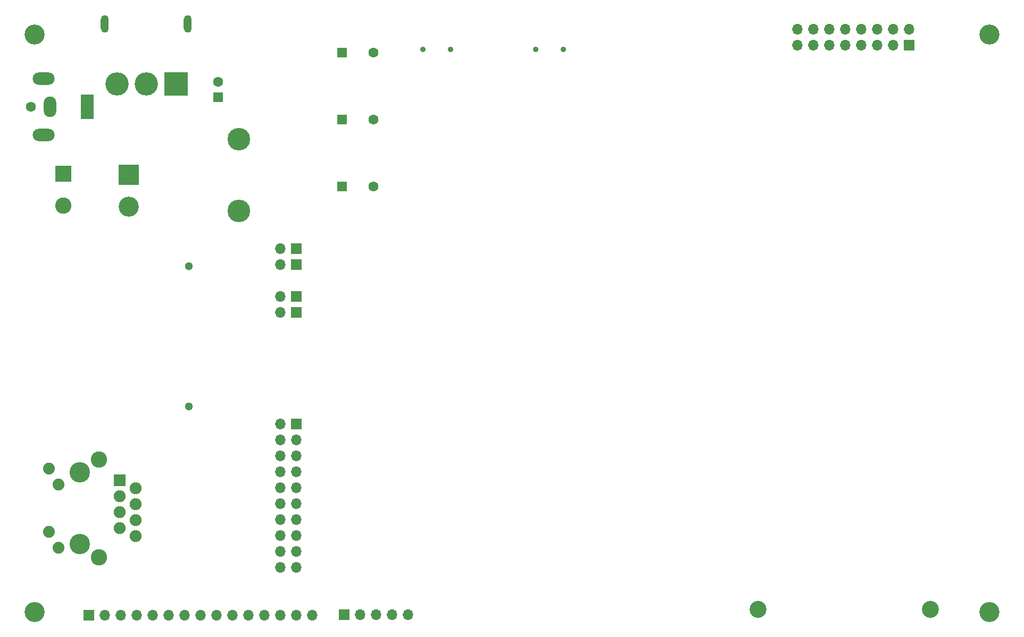
<source format=gbs>
%TF.GenerationSoftware,KiCad,Pcbnew,(6.0.11-0)*%
%TF.CreationDate,2023-09-15T21:26:51+02:00*%
%TF.ProjectId,marco-ram-board,6d617263-6f2d-4726-916d-2d626f617264,rev?*%
%TF.SameCoordinates,Original*%
%TF.FileFunction,Soldermask,Bot*%
%TF.FilePolarity,Negative*%
%FSLAX46Y46*%
G04 Gerber Fmt 4.6, Leading zero omitted, Abs format (unit mm)*
G04 Created by KiCad (PCBNEW (6.0.11-0)) date 2023-09-15 21:26:51*
%MOMM*%
%LPD*%
G01*
G04 APERTURE LIST*
%ADD10R,1.600000X1.600000*%
%ADD11C,1.600000*%
%ADD12R,1.700000X1.700000*%
%ADD13O,1.700000X1.700000*%
%ADD14R,2.000000X4.000000*%
%ADD15O,2.000000X3.300000*%
%ADD16O,3.500000X2.000000*%
%ADD17C,0.900000*%
%ADD18O,1.270000X2.794000*%
%ADD19R,3.708400X3.708400*%
%ADD20C,3.708400*%
%ADD21C,3.200000*%
%ADD22C,2.700000*%
%ADD23C,1.300000*%
%ADD24R,3.200000X3.200000*%
%ADD25O,3.200000X3.200000*%
%ADD26R,2.600000X2.600000*%
%ADD27C,2.600000*%
%ADD28C,3.600000*%
%ADD29C,3.250000*%
%ADD30C,1.890000*%
%ADD31R,1.900000X1.900000*%
%ADD32C,1.900000*%
G04 APERTURE END LIST*
D10*
X122969349Y-68194000D03*
D11*
X127969349Y-68194000D03*
D12*
X115720000Y-106040000D03*
D13*
X113180000Y-106040000D03*
X115720000Y-108580000D03*
X113180000Y-108580000D03*
X115720000Y-111120000D03*
X113180000Y-111120000D03*
X115720000Y-113660000D03*
X113180000Y-113660000D03*
X115720000Y-116200000D03*
X113180000Y-116200000D03*
X115720000Y-118740000D03*
X113180000Y-118740000D03*
X115720000Y-121280000D03*
X113180000Y-121280000D03*
X115720000Y-123820000D03*
X113180000Y-123820000D03*
X115720000Y-126360000D03*
X113180000Y-126360000D03*
X115720000Y-128900000D03*
X113180000Y-128900000D03*
D12*
X115695000Y-88321000D03*
D13*
X113155000Y-88321000D03*
D11*
X73446000Y-55494000D03*
D14*
X82446000Y-55494000D03*
D15*
X76446000Y-55494000D03*
D16*
X75446000Y-59994000D03*
X75446000Y-50994000D03*
D17*
X153800000Y-46400000D03*
X158200000Y-46400000D03*
D12*
X115695000Y-80701000D03*
D13*
X113155000Y-80701000D03*
D17*
X140200000Y-46400000D03*
X135800000Y-46400000D03*
D18*
X98446500Y-42328000D03*
X85238500Y-42328000D03*
D19*
X96541500Y-51853000D03*
D20*
X91842500Y-51853000D03*
X87143500Y-51853000D03*
D12*
X115695000Y-85781000D03*
D13*
X113155000Y-85781000D03*
D21*
X226000000Y-44000000D03*
D22*
X189160000Y-135602857D03*
D12*
X115695000Y-78161000D03*
D13*
X113155000Y-78161000D03*
D22*
X216560000Y-135602857D03*
D21*
X74000000Y-44000000D03*
D23*
X98550000Y-80900000D03*
X98550000Y-103300000D03*
D10*
X122969349Y-57526000D03*
D11*
X127969349Y-57526000D03*
D12*
X123340000Y-136495000D03*
D13*
X125880000Y-136495000D03*
X128420000Y-136495000D03*
X130960000Y-136495000D03*
X133500000Y-136495000D03*
D10*
X122969349Y-46858000D03*
D11*
X127969349Y-46858000D03*
D24*
X89000000Y-66360000D03*
D25*
X89000000Y-71440000D03*
D12*
X82700000Y-136520000D03*
D13*
X85240000Y-136520000D03*
X87780000Y-136520000D03*
X90320000Y-136520000D03*
X92860000Y-136520000D03*
X95400000Y-136520000D03*
X97940000Y-136520000D03*
X100480000Y-136520000D03*
X103020000Y-136520000D03*
X105560000Y-136520000D03*
X108100000Y-136520000D03*
X110640000Y-136520000D03*
X113180000Y-136520000D03*
X115720000Y-136520000D03*
X118260000Y-136520000D03*
D12*
X213235000Y-45692857D03*
D13*
X213235000Y-43152857D03*
X210695000Y-45692857D03*
X210695000Y-43152857D03*
X208155000Y-45692857D03*
X208155000Y-43152857D03*
X205615000Y-45692857D03*
X205615000Y-43152857D03*
X203075000Y-45692857D03*
X203075000Y-43152857D03*
X200535000Y-45692857D03*
X200535000Y-43152857D03*
X197995000Y-45692857D03*
X197995000Y-43152857D03*
X195455000Y-45692857D03*
X195455000Y-43152857D03*
D26*
X78585000Y-66157000D03*
D27*
X78585000Y-71237000D03*
D28*
X106576000Y-60701000D03*
X106576000Y-72141000D03*
D21*
X226000000Y-136000000D03*
D29*
X81206000Y-125217000D03*
X81206000Y-113787000D03*
D27*
X84256000Y-111727000D03*
X84256000Y-127277000D03*
D30*
X77826000Y-125827000D03*
X76306000Y-123287000D03*
X77826000Y-115717000D03*
X76306000Y-113177000D03*
D31*
X87546000Y-115057000D03*
D32*
X90086000Y-116327000D03*
X87546000Y-117597000D03*
X90086000Y-118867000D03*
X87546000Y-120137000D03*
X90086000Y-121407000D03*
X87546000Y-122677000D03*
X90086000Y-123947000D03*
D10*
X103200000Y-54000000D03*
D11*
X103200000Y-51500000D03*
D21*
X74000000Y-136000000D03*
M02*

</source>
